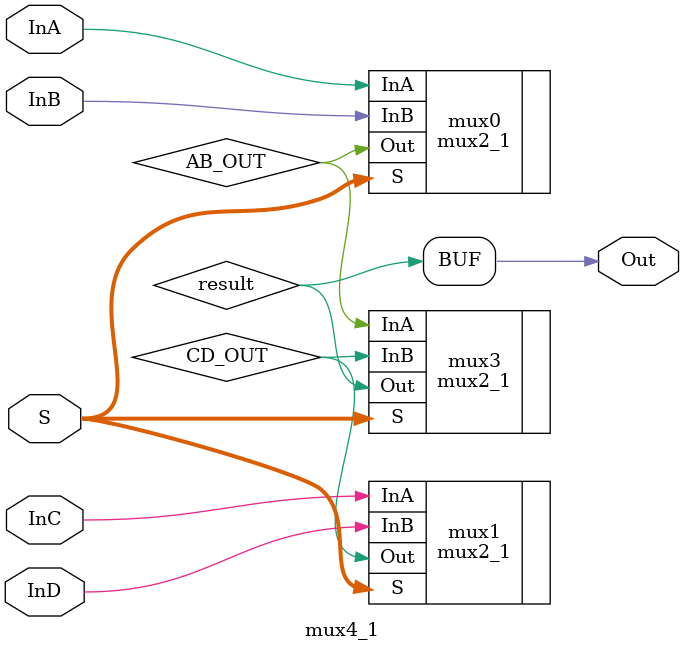
<source format=v>
/*
 CS/ECE 552 Spring '19
 Homework #3, Problem 1

 4-1 mux template
 */
module mux4_1(InA, InB, InC, InD, S, Out);
   input        InA, InB, InC, InD;
   input [1:0]  S;
   output       Out;

   // YOUR CODE HERE
   wire         AB_OUT, CD_OUT, result;
   //assign S[0] = 2'b00
   mux2_1 mux0 (.InA(InA), .InB(InB), .S(S), .Out(AB_OUT));
   mux2_1 mux1 (.InA(InC), .InB(InD), .S(S), .Out(CD_OUT));
   mux2_1 mux3 (.InA(AB_OUT), .InB(CD_OUT), .S(S), .Out(result));
   assign Out = result;
   

endmodule

</source>
